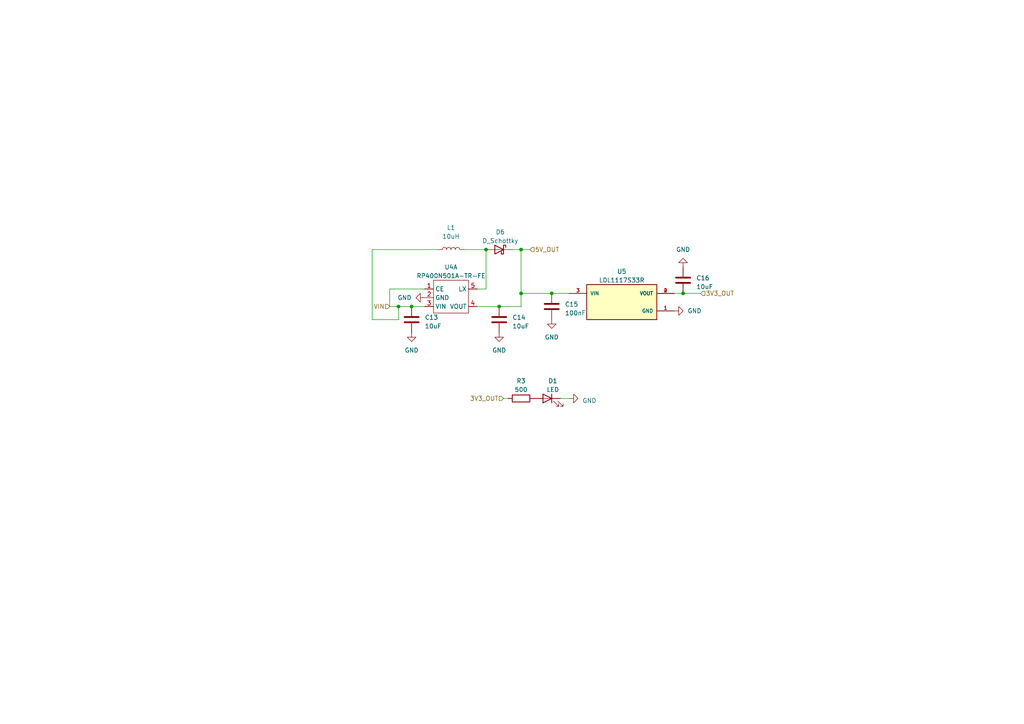
<source format=kicad_sch>
(kicad_sch (version 20230121) (generator eeschema)
  (paper "A4")
  (lib_symbols
    (symbol "Device:C" (pin_numbers hide) (pin_names (offset 0.254))
      (property "Reference" "C" (at 0.635 2.54 0))
      (property "Value" "C" (at 0.635 -2.54 0))
      (symbol "C_0_1"
        (polyline (pts (xy -2.032 -0.762) (xy 2.032 -0.762)) (stroke (width 0.508)))
        (polyline (pts (xy -2.032 0.762) (xy 2.032 0.762)) (stroke (width 0.508)))
      )
      (symbol "C_1_1"
        (pin passive line (at 0 3.81 270) (length 2.794) (name "~") (number "1"))
        (pin passive line (at 0 -3.81 90) (length 2.794) (name "~") (number "2"))
      )
    )
    (symbol "Device:D_Schottky" (pin_numbers hide) (pin_names (offset 1.016) hide)
      (property "Reference" "D" (at 0 2.54 0))
      (property "Value" "D_Schottky" (at 0 -2.54 0))
      (symbol "D_Schottky_0_1"
        (polyline (pts (xy 1.27 0) (xy -1.27 0)))
        (polyline (pts (xy 1.27 1.27) (xy 1.27 -1.27) (xy -1.27 0) (xy 1.27 1.27)) (stroke (width 0.254)))
        (polyline (pts (xy -1.905 0.635) (xy -1.905 1.27) (xy -1.27 1.27) (xy -1.27 -1.27) (xy -0.635 -1.27) (xy -0.635 -0.635)) (stroke (width 0.254)))
      )
      (symbol "D_Schottky_1_1"
        (pin passive line (at -3.81 0 0) (length 2.54) (name "K") (number "1"))
        (pin passive line (at 3.81 0 180) (length 2.54) (name "A") (number "2"))
      )
    )
    (symbol "Device:L" (pin_numbers hide) (pin_names (offset 1.016) hide)
      (property "Reference" "L" (at -1.27 0 90))
      (property "Value" "L" (at 1.905 0 90))
      (symbol "L_0_1"
        (arc (start 0 -2.54) (mid 0.6323 -1.905) (end 0 -1.27))
        (arc (start 0 -1.27) (mid 0.6323 -0.635) (end 0 0))
        (arc (start 0 0) (mid 0.6323 0.635) (end 0 1.27))
        (arc (start 0 1.27) (mid 0.6323 1.905) (end 0 2.54))
      )
      (symbol "L_1_1"
        (pin passive line (at 0 3.81 270) (length 1.27) (name "1") (number "1"))
        (pin passive line (at 0 -3.81 90) (length 1.27) (name "2") (number "2"))
      )
    )
    (symbol "Device:LED" (pin_numbers hide) (pin_names (offset 1.016) hide)
      (property "Reference" "D" (at 0 2.54 0))
      (property "Value" "LED" (at 0 -2.54 0))
      (symbol "LED_0_1"
        (polyline (pts (xy -1.27 -1.27) (xy -1.27 1.27)) (stroke (width 0.254)))
        (polyline (pts (xy -1.27 0) (xy 1.27 0)))
        (polyline (pts (xy 1.27 -1.27) (xy 1.27 1.27) (xy -1.27 0) (xy 1.27 -1.27)) (stroke (width 0.254)))
        (polyline (pts (xy -3.048 -0.762) (xy -4.572 -2.286) (xy -3.81 -2.286) (xy -4.572 -2.286) (xy -4.572 -1.524)))
        (polyline (pts (xy -1.778 -0.762) (xy -3.302 -2.286) (xy -2.54 -2.286) (xy -3.302 -2.286) (xy -3.302 -1.524)))
      )
      (symbol "LED_1_1"
        (pin passive line (at -3.81 0 0) (length 2.54) (name "K") (number "1"))
        (pin passive line (at 3.81 0 180) (length 2.54) (name "A") (number "2"))
      )
    )
    (symbol "Device:R" (pin_numbers hide) (pin_names (offset 0))
      (property "Reference" "R" (at 2.032 0 90))
      (property "Value" "R" (at 0 0 90))
      (symbol "R_0_1"
        (rectangle (start -1.016 -2.54) (end 1.016 2.54) (stroke (width 0.254)))
      )
      (symbol "R_1_1"
        (pin passive line (at 0 3.81 270) (length 1.27) (name "~") (number "1"))
        (pin passive line (at 0 -3.81 90) (length 1.27) (name "~") (number "2"))
      )
    )
    (symbol "GND_1" (power) (pin_names (offset 0))
      (property "Value" "GND_1" (at 0 -3.81 0))
      (symbol "GND_1_0_1"
        (polyline (pts (xy 0 0) (xy 0 -1.27) (xy 1.27 -1.27) (xy 0 -2.54) (xy -1.27 -1.27) (xy 0 -1.27)))
      )
      (symbol "GND_1_1_1"
        (pin power_in line (at 0 0 270) (length 0) hide (name "GND") (number "1"))
      )
    )
    (symbol "LDL1117S33R:LDL1117S33R" (pin_names (offset 1.016))
      (property "Reference" "U" (at -10.16 7.62 0))
      (property "Value" "LDL1117S33R" (at -10.16 -10.16 0))
      (symbol "LDL1117S33R_0_0"
        (rectangle (start -10.16 -5.08) (end 10.16 5.08) (stroke (width 0.254)) (fill (type background)))
        (pin power_in line (at 15.24 -2.54 180) (length 5.08) (name "GND") (number "1"))
        (pin output line (at 15.24 2.54 180) (length 5.08) (name "VOUT") (number "2"))
        (pin input line (at -15.24 2.54 0) (length 5.08) (name "VIN") (number "3"))
        (pin output line (at 15.24 2.54 180) (length 5.08) (name "VOUT") (number "4"))
      )
    )
    (symbol "RP400N501A-TR-FE:RP400N501A-TR-FE"
      (property "Reference" "U" (at 5.715 0 90))
      (property "Value" "RP400N501A-TR-FE" (at -0.635 8.255 0))
      (symbol "RP400N501A-TR-FE_0_1"
        (rectangle (start -5.08 5.08) (end 5.08 -4.445))
      )
      (symbol "RP400N501A-TR-FE_1_1"
        (pin input line (at -7.62 2.54 0) (length 2.54) (name "CE") (number "1"))
        (pin power_in line (at -7.62 0 0) (length 2.54) (name "GND") (number "2"))
        (pin power_in line (at -7.62 -2.54 0) (length 2.54) (name "VIN") (number "3"))
        (pin power_out line (at 7.62 -2.54 180) (length 2.54) (name "VOUT") (number "4"))
        (pin output line (at 7.62 2.54 180) (length 2.54) (name "LX") (number "5"))
      )
      (symbol "RP400N501A-TR-FE_2_1"
        (pin input line (at -2.54 -11.43 90) (length 2.54) (name "CE") (number "1-UB"))
        (pin power_in line (at 0 -11.43 90) (length 2.54) (name "GND") (number "2-UB"))
        (pin power_in line (at 2.54 -11.43 90) (length 2.54) (name "VIN") (number "3-UB"))
        (pin power_out line (at 2.54 1.27 270) (length 2.54) (name "VOUT") (number "4-UB"))
        (pin output line (at -2.54 1.27 270) (length 2.54) (name "LX") (number "5-UB"))
      )
      (symbol "RP400N501A-TR-FE_3_1"
        (pin input line (at -2.54 -11.43 90) (length 2.54) (name "CE") (number "1-UC"))
        (pin power_in line (at 0 -11.43 90) (length 2.54) (name "GND") (number "2-UC"))
        (pin power_in line (at 2.54 -11.43 90) (length 2.54) (name "VIN") (number "3-UC"))
        (pin power_out line (at 2.54 1.27 270) (length 2.54) (name "VOUT") (number "4-UC"))
        (pin output line (at -2.54 1.27 270) (length 2.54) (name "LX") (number "5-UC"))
      )
      (symbol "RP400N501A-TR-FE_4_1"
        (pin input line (at -2.54 -11.43 90) (length 2.54) (name "CE") (number "1-UD"))
        (pin power_in line (at 0 -11.43 90) (length 2.54) (name "GND") (number "2-UD"))
        (pin power_in line (at 2.54 -11.43 90) (length 2.54) (name "VIN") (number "3-UD"))
        (pin power_out line (at 2.54 1.27 270) (length 2.54) (name "VOUT") (number "4-UD"))
        (pin output line (at -2.54 1.27 270) (length 2.54) (name "LX") (number "5-UD"))
      )
      (symbol "RP400N501A-TR-FE_5_1"
        (pin input line (at -2.54 -11.43 90) (length 2.54) (name "CE") (number "1-UE"))
        (pin power_in line (at 0 -11.43 90) (length 2.54) (name "GND") (number "2-UE"))
        (pin power_in line (at 2.54 -11.43 90) (length 2.54) (name "VIN") (number "3-UE"))
        (pin power_out line (at 2.54 1.27 270) (length 2.54) (name "VOUT") (number "4-UE"))
        (pin output line (at -2.54 1.27 270) (length 2.54) (name "LX") (number "5-UE"))
      )
    )
    (symbol "power:GND" (power) (pin_names (offset 0))
      (property "Value" "GND" (at 0 -3.81 0))
      (symbol "GND_0_1"
        (polyline (pts (xy 0 0) (xy 0 -1.27) (xy 1.27 -1.27) (xy 0 -2.54) (xy -1.27 -1.27) (xy 0 -1.27)))
      )
      (symbol "GND_1_1"
        (pin power_in line (at 0 0 270) (length 0) hide (name "GND") (number "1"))
      )
    )
  )
  (junction (at 144.78 88.9))
  (junction (at 198.12 85.09))
  (junction (at 119.38 88.9))
  (junction (at 115.57 88.9))
  (junction (at 151.13 72.39))
  (junction (at 160.02 85.09))
  (junction (at 151.13 85.09))
  (junction (at 140.97 72.39))
  (wire (pts (xy 115.57 88.9) (xy 115.57 92.71)))
  (wire (pts (xy 115.57 92.71) (xy 107.95 92.71)))
  (wire (pts (xy 198.12 85.09) (xy 195.58 85.09)))
  (wire (pts (xy 138.43 83.82) (xy 140.97 83.82)))
  (wire (pts (xy 165.1 115.57) (xy 162.56 115.57)))
  (wire (pts (xy 119.38 88.9) (xy 123.19 88.9)))
  (wire (pts (xy 160.02 85.09) (xy 151.13 85.09)))
  (wire (pts (xy 151.13 88.9) (xy 144.78 88.9)))
  (wire (pts (xy 151.13 72.39) (xy 151.13 85.09)))
  (wire (pts (xy 151.13 72.39) (xy 148.59 72.39)))
  (wire (pts (xy 113.03 83.82) (xy 113.03 88.9)))
  (wire (pts (xy 146.05 115.57) (xy 147.32 115.57)))
  (wire (pts (xy 165.1 85.09) (xy 160.02 85.09)))
  (wire (pts (xy 140.97 83.82) (xy 140.97 72.39)))
  (wire (pts (xy 107.95 72.39) (xy 127 72.39)))
  (wire (pts (xy 151.13 85.09) (xy 151.13 88.9)))
  (wire (pts (xy 153.67 72.39) (xy 151.13 72.39)))
  (wire (pts (xy 113.03 88.9) (xy 115.57 88.9)))
  (wire (pts (xy 107.95 92.71) (xy 107.95 72.39)))
  (wire (pts (xy 140.97 72.39) (xy 134.62 72.39)))
  (wire (pts (xy 203.2 85.09) (xy 198.12 85.09)))
  (wire (pts (xy 123.19 83.82) (xy 113.03 83.82)))
  (wire (pts (xy 115.57 88.9) (xy 119.38 88.9)))
  (wire (pts (xy 144.78 88.9) (xy 138.43 88.9)))
  (hierarchical_label "5V_OUT" (shape input) (at 153.67 72.39 0))
  (hierarchical_label "VIN" (shape input) (at 113.03 88.9 180))
  (hierarchical_label "3V3_OUT" (shape input) (at 146.05 115.57 180))
  (hierarchical_label "3V3_OUT" (shape input) (at 203.2 85.09 0))
  (symbol (lib_name "GND_1") (lib_id "power:GND") (at 165.1 115.57 90) (unit 1)
    (property "Reference" "#PWR01" (effects hide))
    (property "Value" "GND" (at 168.91 116.205 90) (effects (justify right)))
  )
  (symbol (lib_id "Device:C") (at 119.38 92.71 0) (unit 1)
    (property "Reference" "C13" (at 123.19 92.075 0) (effects (justify left)))
    (property "Value" "10uF" (at 123.19 94.615 0) (effects (justify left)))
    (property "Footprint" "Capacitor_SMD:C_0805_2012Metric" (effects hide))
    (instances (project "skydiving-altimeter" (path "" (reference "C13") (unit 1))) (project "test" (path "" (reference "C1") (unit 1))))
  )
  (symbol (lib_id "power:GND") (at 119.38 96.52 0) (unit 1)
    (property "Reference" "#PWR0134" (effects hide))
    (property "Value" "GND" (at 119.38 101.6 0))
  )
  (symbol (lib_id "power:GND") (at 195.58 90.17 90) (unit 1)
    (property "Reference" "#PWR0136" (effects hide))
    (property "Value" "GND" (at 199.39 90.1699 90) (effects (justify right)))
  )
  (symbol (lib_id "power:GND") (at 144.78 96.52 0) (unit 1)
    (property "Reference" "#PWR0138" (effects hide))
    (property "Value" "GND" (at 144.78 101.6 0))
  )
  (symbol (lib_id "power:GND") (at 123.19 86.36 270) (unit 1)
    (property "Reference" "#PWR0135" (effects hide))
    (property "Value" "GND" (at 119.38 86.3599 90) (effects (justify right)))
  )
  (symbol (lib_id "power:GND") (at 160.02 92.71 0) (unit 1)
    (property "Reference" "#PWR0139" (effects hide))
    (property "Value" "GND" (at 160.02 97.79 0))
  )
  (symbol (lib_id "Device:C") (at 144.78 92.71 0) (unit 1)
    (property "Reference" "C14" (at 148.59 92.075 0) (effects (justify left)))
    (property "Value" "10uF" (at 148.59 94.615 0) (effects (justify left)))
    (property "Footprint" "Capacitor_SMD:C_0805_2012Metric" (effects hide))
    (instances (project "skydiving-altimeter" (path "" (reference "C14") (unit 1))) (project "test" (path "" (reference "C2") (unit 1))))
  )
  (symbol (lib_id "Device:R") (at 151.13 115.57 90) (unit 1)
    (property "Reference" "R3" (at 151.13 110.49 90))
    (property "Value" "500" (at 151.13 113.03 90))
    (property "Footprint" "Resistor_SMD:R_0805_2012Metric" (effects hide))
    (instances (project "skydiving-altimeter" (path "" (reference "R3") (unit 1))) (project "test" (path "" (reference "R1") (unit 1))))
  )
  (symbol (lib_id "Device:C") (at 198.12 81.28 0) (unit 1)
    (property "Reference" "C16" (at 201.93 80.645 0) (effects (justify left)))
    (property "Value" "10uF" (at 201.93 83.185 0) (effects (justify left)))
    (property "Footprint" "Capacitor_SMD:C_0805_2012Metric" (effects hide))
    (instances (project "skydiving-altimeter" (path "" (reference "C16") (unit 1))) (project "test" (path "" (reference "C4") (unit 1))))
  )
  (symbol (lib_id "Device:LED") (at 158.75 115.57 0) (mirror y) (unit 1)
    (property "Reference" "D1" (at 160.3375 110.49 0))
    (property "Value" "LED" (at 160.3375 113.03 0))
    (property "Footprint" "Diode_SMD:D_0603_1608Metric" (effects hide))
  )
  (symbol (lib_id "LDL1117S33R:LDL1117S33R") (at 180.34 87.63 0) (unit 1)
    (property "Reference" "U5" (at 180.34 78.74 0))
    (property "Value" "LDL1117S33R" (at 180.34 81.28 0))
    (property "Footprint" "Package_TO_SOT_SMD:SOT-223" (effects hide))
    (property "SNAPEDA_PN" "LDL1117S33R" (effects hide))
    (property "PARTREV" "7" (effects hide))
    (property "MAXIMUM_PACKAGE_HEIGHT" "1.8 mm" (effects hide))
    (property "STANDARD" "IPC 7351B" (effects hide))
    (property "MANUFACTURER" "STMicroelectronics" (effects hide))
    (instances (project "skydiving-altimeter" (path "" (reference "U5") (unit 1))) (project "test" (path "" (reference "U2") (unit 1))))
  )
  (symbol (lib_id "power:GND") (at 198.12 77.47 0) (mirror x) (unit 1)
    (property "Reference" "#PWR0137" (effects hide))
    (property "Value" "GND" (at 198.12 72.39 0))
  )
  (symbol (lib_id "Device:L") (at 130.81 72.39 90) (unit 1)
    (property "Reference" "L1" (at 130.81 66.04 90))
    (property "Value" "10uH" (at 130.81 68.58 90))
    (property "Footprint" "ASPI-0630LR-100M-T15:IND_ASPI-0630LR-100M-T15" (effects hide))
  )
  (symbol (lib_id "Device:C") (at 160.02 88.9 0) (unit 1)
    (property "Reference" "C15" (at 163.83 88.265 0) (effects (justify left)))
    (property "Value" "100nF" (at 163.83 90.805 0) (effects (justify left)))
    (property "Footprint" "Capacitor_SMD:C_0805_2012Metric" (effects hide))
    (instances (project "skydiving-altimeter" (path "" (reference "C15") (unit 1))) (project "test" (path "" (reference "C3") (unit 1))))
  )
  (symbol (lib_id "Device:D_Schottky") (at 144.78 72.39 0) (mirror y) (unit 1)
    (property "Reference" "D6" (at 145.0975 67.31 0))
    (property "Value" "D_Schottky" (at 145.0975 69.85 0))
    (property "Footprint" "Diode_SMD:D_SOD-123F" (effects hide))
    (instances (project "skydiving-altimeter" (path "" (reference "D6") (unit 1))) (project "test" (path "" (reference "D2") (unit 1))))
  )
  (symbol (lib_id "RP400N501A-TR-FE:RP400N501A-TR-FE") (at 130.81 86.36 0) (unit 1)
    (property "Reference" "U4" (at 130.81 77.47 0))
    (property "Value" "RP400N501A-TR-FE" (at 130.81 80.01 0))
    (property "Footprint" "Package_TO_SOT_SMD:SOT-23-5" (effects hide))
    (instances (project "skydiving-altimeter" (path "" (reference "U4") (unit 1))) (project "test" (path "" (reference "U1") (unit 1))))
  )
)
</source>
